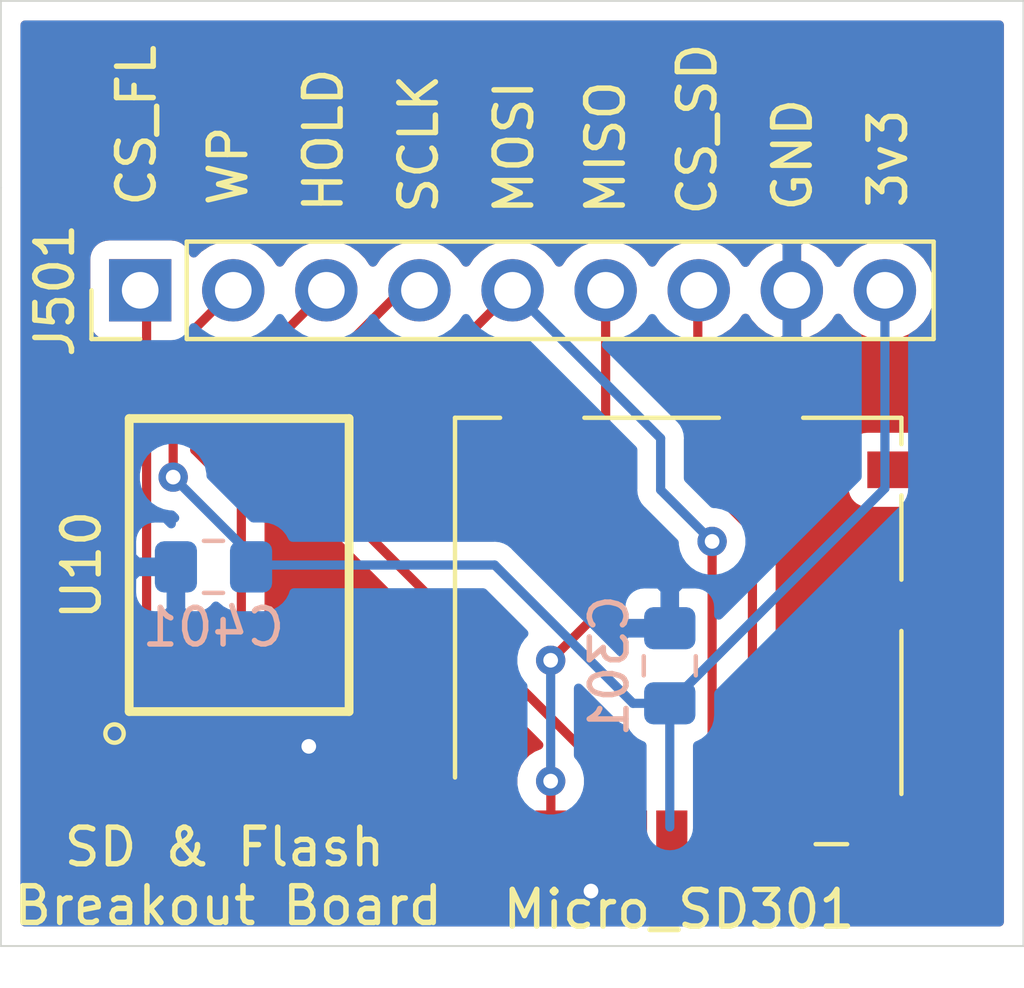
<source format=kicad_pcb>
(kicad_pcb (version 20171130) (host pcbnew "(5.1.6)-1")

  (general
    (thickness 1.6)
    (drawings 17)
    (tracks 58)
    (zones 0)
    (modules 5)
    (nets 13)
  )

  (page A4)
  (layers
    (0 F.Cu signal)
    (31 B.Cu signal hide)
    (32 B.Adhes user)
    (33 F.Adhes user)
    (34 B.Paste user)
    (35 F.Paste user)
    (36 B.SilkS user)
    (37 F.SilkS user)
    (38 B.Mask user)
    (39 F.Mask user)
    (40 Dwgs.User user)
    (41 Cmts.User user)
    (42 Eco1.User user)
    (43 Eco2.User user)
    (44 Edge.Cuts user)
    (45 Margin user)
    (46 B.CrtYd user)
    (47 F.CrtYd user)
    (48 B.Fab user)
    (49 F.Fab user)
  )

  (setup
    (last_trace_width 0.25)
    (trace_clearance 0.2)
    (zone_clearance 0.508)
    (zone_45_only no)
    (trace_min 0.2)
    (via_size 0.8)
    (via_drill 0.4)
    (via_min_size 0.4)
    (via_min_drill 0.3)
    (uvia_size 0.3)
    (uvia_drill 0.1)
    (uvias_allowed no)
    (uvia_min_size 0.2)
    (uvia_min_drill 0.1)
    (edge_width 0.05)
    (segment_width 0.2)
    (pcb_text_width 0.3)
    (pcb_text_size 1.5 1.5)
    (mod_edge_width 0.12)
    (mod_text_size 1 1)
    (mod_text_width 0.15)
    (pad_size 1.524 1.524)
    (pad_drill 0.762)
    (pad_to_mask_clearance 0.05)
    (aux_axis_origin 0 0)
    (visible_elements 7FFFFFFF)
    (pcbplotparams
      (layerselection 0x010fc_ffffffff)
      (usegerberextensions false)
      (usegerberattributes true)
      (usegerberadvancedattributes true)
      (creategerberjobfile true)
      (excludeedgelayer true)
      (linewidth 0.100000)
      (plotframeref false)
      (viasonmask false)
      (mode 1)
      (useauxorigin false)
      (hpglpennumber 1)
      (hpglpenspeed 20)
      (hpglpendiameter 15.000000)
      (psnegative false)
      (psa4output false)
      (plotreference true)
      (plotvalue true)
      (plotinvisibletext false)
      (padsonsilk false)
      (subtractmaskfromsilk false)
      (outputformat 1)
      (mirror false)
      (drillshape 1)
      (scaleselection 1)
      (outputdirectory ""))
  )

  (net 0 "")
  (net 1 +3V3)
  (net 2 GND)
  (net 3 "/main/Flash Chip/MISO")
  (net 4 "/main/Flash Chip/MOSI")
  (net 5 /main/Headers/CS_SD)
  (net 6 "/main/Flash Chip/CS_FLASH")
  (net 7 "/main/Flash Chip/HOLD")
  (net 8 "/main/Flash Chip/WP")
  (net 9 "Net-(Micro_SD301-Pad9)")
  (net 10 "Net-(Micro_SD301-Pad8)")
  (net 11 "Net-(Micro_SD301-Pad1)")
  (net 12 "/main/Flash Chip/SCLK")

  (net_class Default "This is the default net class."
    (clearance 0.2)
    (trace_width 0.25)
    (via_dia 0.8)
    (via_drill 0.4)
    (uvia_dia 0.3)
    (uvia_drill 0.1)
    (add_net +3V3)
    (add_net "/main/Flash Chip/CS_FLASH")
    (add_net "/main/Flash Chip/HOLD")
    (add_net "/main/Flash Chip/MISO")
    (add_net "/main/Flash Chip/MOSI")
    (add_net "/main/Flash Chip/SCLK")
    (add_net "/main/Flash Chip/WP")
    (add_net /main/Headers/CS_SD)
    (add_net GND)
    (add_net "Net-(Micro_SD301-Pad1)")
    (add_net "Net-(Micro_SD301-Pad8)")
    (add_net "Net-(Micro_SD301-Pad9)")
  )

  (module "Footprint Library:W25N512GVPIT" (layer F.Cu) (tedit 5EFBF0F6) (tstamp 5F03E44D)
    (at 144.5 102.4 90)
    (path /5F0430E6/5F04B12E/5F01567A)
    (fp_text reference U10 (at 0 -4.3 90) (layer F.SilkS)
      (effects (font (size 1 1) (thickness 0.15)))
    )
    (fp_text value W25N512GVPIT (at 0.1 4.5 90) (layer F.Fab)
      (effects (font (size 1 1) (thickness 0.15)))
    )
    (fp_circle (center -4.6 -3.4) (end -4.35 -3.4) (layer F.SilkS) (width 0.12))
    (fp_line (start -4 3) (end -4 -3) (layer F.SilkS) (width 0.24))
    (fp_line (start 4 3) (end -4 3) (layer F.SilkS) (width 0.24))
    (fp_line (start 4 -3) (end 4 3) (layer F.SilkS) (width 0.24))
    (fp_line (start 4 -3) (end -4 -3) (layer F.SilkS) (width 0.24))
    (fp_circle (center -3.6 -2.6) (end -3.376393 -2.6) (layer F.Fab) (width 0.12))
    (fp_line (start -4 3) (end -4 -3) (layer F.Fab) (width 0.12))
    (fp_line (start 4 -3) (end 4 3) (layer F.Fab) (width 0.12))
    (fp_line (start -4 3) (end 4 3) (layer F.Fab) (width 0.12))
    (fp_line (start -4 -3) (end 4 -3) (layer F.Fab) (width 0.12))
    (pad 3 smd rect (at -3.7 0.635 90) (size 0.6 0.5) (layers F.Cu F.Paste F.Mask)
      (net 8 "/main/Flash Chip/WP"))
    (pad 4 smd rect (at -3.7 1.905 90) (size 0.6 0.5) (layers F.Cu F.Paste F.Mask)
      (net 2 GND))
    (pad 1 smd rect (at -3.7 -1.905 90) (size 0.6 0.5) (layers F.Cu F.Paste F.Mask)
      (net 6 "/main/Flash Chip/CS_FLASH"))
    (pad 2 smd rect (at -3.7 -0.635 90) (size 0.6 0.5) (layers F.Cu F.Paste F.Mask)
      (net 3 "/main/Flash Chip/MISO"))
    (pad 5 smd rect (at 3.7 1.905 90) (size 0.6 0.5) (layers F.Cu F.Paste F.Mask)
      (net 4 "/main/Flash Chip/MOSI"))
    (pad 6 smd rect (at 3.7 0.635 90) (size 0.6 0.5) (layers F.Cu F.Paste F.Mask)
      (net 12 "/main/Flash Chip/SCLK"))
    (pad 8 smd rect (at 3.7 -1.905 90) (size 0.6 0.5) (layers F.Cu F.Paste F.Mask)
      (net 1 +3V3))
    (pad 7 smd rect (at 3.7 -0.635 90) (size 0.6 0.5) (layers F.Cu F.Paste F.Mask)
      (net 7 "/main/Flash Chip/HOLD"))
  )

  (module Connector_Card:microSD_HC_Molex_104031-0811 (layer F.Cu) (tedit 5D235007) (tstamp 5EFC558B)
    (at 156.5 104.2 180)
    (descr "1.10mm Pitch microSD Memory Card Connector, Surface Mount, Push-Pull Type, 1.42mm Height, with Detect Switch (https://www.molex.com/pdm_docs/sd/1040310811_sd.pdf)")
    (tags "microSD SD molex")
    (path /5F0430E6/5F04B2FC/5F05B5EB)
    (attr smd)
    (fp_text reference Micro_SD301 (at 0 -7.6) (layer F.SilkS)
      (effects (font (size 1 1) (thickness 0.15)))
    )
    (fp_text value Micro_SD_Card (at 0 7.39) (layer F.Fab)
      (effects (font (size 1 1) (thickness 0.15)))
    )
    (fp_line (start 6.84 -6.5) (end 6.84 6.55) (layer F.CrtYd) (width 0.05))
    (fp_line (start -6.84 -6.5) (end 6.84 -6.5) (layer F.CrtYd) (width 0.05))
    (fp_line (start -6.84 6.55) (end -6.84 -6.5) (layer F.CrtYd) (width 0.05))
    (fp_line (start 6.84 6.55) (end -6.84 6.55) (layer F.CrtYd) (width 0.05))
    (fp_line (start -5.405 -9.2) (end -5.405 -5.7) (layer F.Fab) (width 0.1))
    (fp_line (start 5.595 -5.7) (end 5.595 -9.2) (layer F.Fab) (width 0.1))
    (fp_line (start 5.995 5.7) (end 5.995 -5.7) (layer F.Fab) (width 0.1))
    (fp_line (start 5.995 -5.7) (end 5.21 -5.7) (layer F.Fab) (width 0.1))
    (fp_line (start -5.955 -5.7) (end -5.955 5.7) (layer F.Fab) (width 0.1))
    (fp_line (start 5.995 5.7) (end -5.955 5.7) (layer F.Fab) (width 0.1))
    (fp_line (start 4.4 -4.3) (end -3.26 -4.3) (layer F.Fab) (width 0.1))
    (fp_line (start -3.76 -4.8) (end -3.76 -5.2) (layer F.Fab) (width 0.1))
    (fp_line (start -5.955 -5.7) (end -4.26 -5.7) (layer F.Fab) (width 0.1))
    (fp_line (start 4.9 -5.4) (end 4.9 -4.8) (layer F.Fab) (width 0.1))
    (fp_line (start -4.905 -9.7) (end 5.095 -9.7) (layer F.Fab) (width 0.1))
    (fp_line (start -6.07 -4.45) (end -6.07 0) (layer F.SilkS) (width 0.12))
    (fp_line (start -6.07 1.4) (end -6.07 3.7) (layer F.SilkS) (width 0.12))
    (fp_line (start -6.07 5.1) (end -6.07 5.82) (layer F.SilkS) (width 0.12))
    (fp_line (start -6.07 5.82) (end -3.39 5.82) (layer F.SilkS) (width 0.12))
    (fp_line (start -1.09 5.82) (end 2.58 5.82) (layer F.SilkS) (width 0.12))
    (fp_line (start 4.88 5.82) (end 6.11 5.82) (layer F.SilkS) (width 0.12))
    (fp_line (start 6.11 5.82) (end 6.11 -4) (layer F.SilkS) (width 0.12))
    (fp_line (start -4.59 -5.82) (end -3.73 -5.82) (layer F.SilkS) (width 0.12))
    (fp_arc (start -4.905 -9.2) (end -4.905 -9.7) (angle -90) (layer F.Fab) (width 0.1))
    (fp_arc (start 5.095 -9.2) (end 5.595 -9.2) (angle -90) (layer F.Fab) (width 0.1))
    (fp_arc (start 5.2 -5.4) (end 5.2 -5.7) (angle -90) (layer F.Fab) (width 0.1))
    (fp_arc (start 4.4 -4.8) (end 4.4 -4.3) (angle -90) (layer F.Fab) (width 0.1))
    (fp_arc (start -3.26 -4.8) (end -3.26 -4.3) (angle 90) (layer F.Fab) (width 0.1))
    (fp_arc (start -4.26 -5.2) (end -3.76 -5.2) (angle -90) (layer F.Fab) (width 0.1))
    (fp_text user %R (at 0 0) (layer F.Fab)
      (effects (font (size 1 1) (thickness 0.15)))
    )
    (pad 11 smd rect (at 3.73 5.375 180) (size 1.9 1.35) (layers F.Cu F.Paste F.Mask))
    (pad 11 smd rect (at -2.24 5.375 180) (size 1.9 1.35) (layers F.Cu F.Paste F.Mask))
    (pad 9 smd rect (at -5.74 0.7 180) (size 1.2 1) (layers F.Cu F.Paste F.Mask)
      (net 9 "Net-(Micro_SD301-Pad9)"))
    (pad 10 smd rect (at -5.74 4.4 180) (size 1.2 1) (layers F.Cu F.Paste F.Mask))
    (pad 11 smd rect (at -5.565 -5.325 180) (size 1.55 1.35) (layers F.Cu F.Paste F.Mask))
    (pad 11 smd rect (at 5.755 -5.1 180) (size 1.17 1.8) (layers F.Cu F.Paste F.Mask))
    (pad 7 smd rect (at 3.495 -5.45 180) (size 0.85 1.1) (layers F.Cu F.Paste F.Mask)
      (net 3 "/main/Flash Chip/MISO"))
    (pad 6 smd rect (at 2.395 -5.45 180) (size 0.85 1.1) (layers F.Cu F.Paste F.Mask)
      (net 2 GND))
    (pad 5 smd rect (at 1.295 -5.45 180) (size 0.85 1.1) (layers F.Cu F.Paste F.Mask)
      (net 12 "/main/Flash Chip/SCLK"))
    (pad 4 smd rect (at 0.195 -5.45 180) (size 0.85 1.1) (layers F.Cu F.Paste F.Mask)
      (net 1 +3V3))
    (pad 3 smd rect (at -0.905 -5.45 180) (size 0.85 1.1) (layers F.Cu F.Paste F.Mask)
      (net 4 "/main/Flash Chip/MOSI"))
    (pad 2 smd rect (at -2.005 -5.45 180) (size 0.85 1.1) (layers F.Cu F.Paste F.Mask)
      (net 5 /main/Headers/CS_SD))
    (pad 8 smd rect (at 4.545 -5.45 180) (size 0.75 1.1) (layers F.Cu F.Paste F.Mask)
      (net 10 "Net-(Micro_SD301-Pad8)"))
    (pad 1 smd rect (at -3.105 -5.45 180) (size 0.85 1.1) (layers F.Cu F.Paste F.Mask)
      (net 11 "Net-(Micro_SD301-Pad1)"))
    (model ${KISYS3DMOD}/Connector_Card.3dshapes/microSD_HC_Molex_104031-0811.wrl
      (at (xyz 0 0 0))
      (scale (xyz 1 1 1))
      (rotate (xyz 0 0 0))
    )
  )

  (module Connector_PinHeader_2.54mm:PinHeader_1x09_P2.54mm_Vertical (layer F.Cu) (tedit 59FED5CC) (tstamp 5EFC555B)
    (at 141.8 94.9 90)
    (descr "Through hole straight pin header, 1x09, 2.54mm pitch, single row")
    (tags "Through hole pin header THT 1x09 2.54mm single row")
    (path /5F0430E6/5F05C956/5F05CB24)
    (fp_text reference J501 (at 0 -2.33 90) (layer F.SilkS)
      (effects (font (size 1 1) (thickness 0.15)))
    )
    (fp_text value Conn_01x07_Male (at 0 22.65 90) (layer F.Fab)
      (effects (font (size 1 1) (thickness 0.15)))
    )
    (fp_line (start 1.8 -1.8) (end -1.8 -1.8) (layer F.CrtYd) (width 0.05))
    (fp_line (start 1.8 22.1) (end 1.8 -1.8) (layer F.CrtYd) (width 0.05))
    (fp_line (start -1.8 22.1) (end 1.8 22.1) (layer F.CrtYd) (width 0.05))
    (fp_line (start -1.8 -1.8) (end -1.8 22.1) (layer F.CrtYd) (width 0.05))
    (fp_line (start -1.33 -1.33) (end 0 -1.33) (layer F.SilkS) (width 0.12))
    (fp_line (start -1.33 0) (end -1.33 -1.33) (layer F.SilkS) (width 0.12))
    (fp_line (start -1.33 1.27) (end 1.33 1.27) (layer F.SilkS) (width 0.12))
    (fp_line (start 1.33 1.27) (end 1.33 21.65) (layer F.SilkS) (width 0.12))
    (fp_line (start -1.33 1.27) (end -1.33 21.65) (layer F.SilkS) (width 0.12))
    (fp_line (start -1.33 21.65) (end 1.33 21.65) (layer F.SilkS) (width 0.12))
    (fp_line (start -1.27 -0.635) (end -0.635 -1.27) (layer F.Fab) (width 0.1))
    (fp_line (start -1.27 21.59) (end -1.27 -0.635) (layer F.Fab) (width 0.1))
    (fp_line (start 1.27 21.59) (end -1.27 21.59) (layer F.Fab) (width 0.1))
    (fp_line (start 1.27 -1.27) (end 1.27 21.59) (layer F.Fab) (width 0.1))
    (fp_line (start -0.635 -1.27) (end 1.27 -1.27) (layer F.Fab) (width 0.1))
    (fp_text user %R (at 0 10.16) (layer F.Fab)
      (effects (font (size 1 1) (thickness 0.15)))
    )
    (pad 9 thru_hole oval (at 0 20.32 90) (size 1.7 1.7) (drill 1) (layers *.Cu *.Mask)
      (net 1 +3V3))
    (pad 8 thru_hole oval (at 0 17.78 90) (size 1.7 1.7) (drill 1) (layers *.Cu *.Mask)
      (net 2 GND))
    (pad 7 thru_hole oval (at 0 15.24 90) (size 1.7 1.7) (drill 1) (layers *.Cu *.Mask)
      (net 5 /main/Headers/CS_SD))
    (pad 6 thru_hole oval (at 0 12.7 90) (size 1.7 1.7) (drill 1) (layers *.Cu *.Mask)
      (net 3 "/main/Flash Chip/MISO"))
    (pad 5 thru_hole oval (at 0 10.16 90) (size 1.7 1.7) (drill 1) (layers *.Cu *.Mask)
      (net 4 "/main/Flash Chip/MOSI"))
    (pad 4 thru_hole oval (at 0 7.62 90) (size 1.7 1.7) (drill 1) (layers *.Cu *.Mask)
      (net 12 "/main/Flash Chip/SCLK"))
    (pad 3 thru_hole oval (at 0 5.08 90) (size 1.7 1.7) (drill 1) (layers *.Cu *.Mask)
      (net 7 "/main/Flash Chip/HOLD"))
    (pad 2 thru_hole oval (at 0 2.54 90) (size 1.7 1.7) (drill 1) (layers *.Cu *.Mask)
      (net 8 "/main/Flash Chip/WP"))
    (pad 1 thru_hole rect (at 0 0 90) (size 1.7 1.7) (drill 1) (layers *.Cu *.Mask)
      (net 6 "/main/Flash Chip/CS_FLASH"))
    (model ${KISYS3DMOD}/Connector_PinHeader_2.54mm.3dshapes/PinHeader_1x09_P2.54mm_Vertical.wrl
      (at (xyz 0 0 0))
      (scale (xyz 1 1 1))
      (rotate (xyz 0 0 0))
    )
  )

  (module Capacitor_SMD:C_0805_2012Metric_Pad1.15x1.40mm_HandSolder (layer B.Cu) (tedit 5B36C52B) (tstamp 5EFC553E)
    (at 143.8 102.45)
    (descr "Capacitor SMD 0805 (2012 Metric), square (rectangular) end terminal, IPC_7351 nominal with elongated pad for handsoldering. (Body size source: https://docs.google.com/spreadsheets/d/1BsfQQcO9C6DZCsRaXUlFlo91Tg2WpOkGARC1WS5S8t0/edit?usp=sharing), generated with kicad-footprint-generator")
    (tags "capacitor handsolder")
    (path /5F0430E6/5F04B12E/5F06D2E9)
    (attr smd)
    (fp_text reference C401 (at 0 1.65) (layer B.SilkS)
      (effects (font (size 1 1) (thickness 0.15)) (justify mirror))
    )
    (fp_text value 100nF (at 0 -1.65) (layer B.Fab)
      (effects (font (size 1 1) (thickness 0.15)) (justify mirror))
    )
    (fp_line (start 1.85 -0.95) (end -1.85 -0.95) (layer B.CrtYd) (width 0.05))
    (fp_line (start 1.85 0.95) (end 1.85 -0.95) (layer B.CrtYd) (width 0.05))
    (fp_line (start -1.85 0.95) (end 1.85 0.95) (layer B.CrtYd) (width 0.05))
    (fp_line (start -1.85 -0.95) (end -1.85 0.95) (layer B.CrtYd) (width 0.05))
    (fp_line (start -0.261252 -0.71) (end 0.261252 -0.71) (layer B.SilkS) (width 0.12))
    (fp_line (start -0.261252 0.71) (end 0.261252 0.71) (layer B.SilkS) (width 0.12))
    (fp_line (start 1 -0.6) (end -1 -0.6) (layer B.Fab) (width 0.1))
    (fp_line (start 1 0.6) (end 1 -0.6) (layer B.Fab) (width 0.1))
    (fp_line (start -1 0.6) (end 1 0.6) (layer B.Fab) (width 0.1))
    (fp_line (start -1 -0.6) (end -1 0.6) (layer B.Fab) (width 0.1))
    (fp_text user %R (at 0 0) (layer B.Fab)
      (effects (font (size 0.5 0.5) (thickness 0.08)) (justify mirror))
    )
    (pad 2 smd roundrect (at 1.025 0) (size 1.15 1.4) (layers B.Cu B.Paste B.Mask) (roundrect_rratio 0.217391)
      (net 1 +3V3))
    (pad 1 smd roundrect (at -1.025 0) (size 1.15 1.4) (layers B.Cu B.Paste B.Mask) (roundrect_rratio 0.217391)
      (net 2 GND))
    (model ${KISYS3DMOD}/Capacitor_SMD.3dshapes/C_0805_2012Metric.wrl
      (at (xyz 0 0 0))
      (scale (xyz 1 1 1))
      (rotate (xyz 0 0 0))
    )
  )

  (module Capacitor_SMD:C_0805_2012Metric_Pad1.15x1.40mm_HandSolder (layer B.Cu) (tedit 5B36C52B) (tstamp 5EFC552D)
    (at 156.25 105.15 270)
    (descr "Capacitor SMD 0805 (2012 Metric), square (rectangular) end terminal, IPC_7351 nominal with elongated pad for handsoldering. (Body size source: https://docs.google.com/spreadsheets/d/1BsfQQcO9C6DZCsRaXUlFlo91Tg2WpOkGARC1WS5S8t0/edit?usp=sharing), generated with kicad-footprint-generator")
    (tags "capacitor handsolder")
    (path /5F0430E6/5F04B2FC/5F06F17E)
    (attr smd)
    (fp_text reference C301 (at 0 1.65 90) (layer B.SilkS)
      (effects (font (size 1 1) (thickness 0.15)) (justify mirror))
    )
    (fp_text value 100nF (at 0 -1.65 90) (layer B.Fab)
      (effects (font (size 1 1) (thickness 0.15)) (justify mirror))
    )
    (fp_line (start 1.85 -0.95) (end -1.85 -0.95) (layer B.CrtYd) (width 0.05))
    (fp_line (start 1.85 0.95) (end 1.85 -0.95) (layer B.CrtYd) (width 0.05))
    (fp_line (start -1.85 0.95) (end 1.85 0.95) (layer B.CrtYd) (width 0.05))
    (fp_line (start -1.85 -0.95) (end -1.85 0.95) (layer B.CrtYd) (width 0.05))
    (fp_line (start -0.261252 -0.71) (end 0.261252 -0.71) (layer B.SilkS) (width 0.12))
    (fp_line (start -0.261252 0.71) (end 0.261252 0.71) (layer B.SilkS) (width 0.12))
    (fp_line (start 1 -0.6) (end -1 -0.6) (layer B.Fab) (width 0.1))
    (fp_line (start 1 0.6) (end 1 -0.6) (layer B.Fab) (width 0.1))
    (fp_line (start -1 0.6) (end 1 0.6) (layer B.Fab) (width 0.1))
    (fp_line (start -1 -0.6) (end -1 0.6) (layer B.Fab) (width 0.1))
    (fp_text user %R (at 0 0 90) (layer B.Fab)
      (effects (font (size 0.5 0.5) (thickness 0.08)) (justify mirror))
    )
    (pad 2 smd roundrect (at 1.025 0 270) (size 1.15 1.4) (layers B.Cu B.Paste B.Mask) (roundrect_rratio 0.217391)
      (net 1 +3V3))
    (pad 1 smd roundrect (at -1.025 0 270) (size 1.15 1.4) (layers B.Cu B.Paste B.Mask) (roundrect_rratio 0.217391)
      (net 2 GND))
    (model ${KISYS3DMOD}/Capacitor_SMD.3dshapes/C_0805_2012Metric.wrl
      (at (xyz 0 0 0))
      (scale (xyz 1 1 1))
      (rotate (xyz 0 0 0))
    )
  )

  (gr_line (start 165.9 87) (end 138 87) (layer Edge.Cuts) (width 0.05) (tstamp 5F028414))
  (gr_line (start 165.9 92.1) (end 165.9 87) (layer Edge.Cuts) (width 0.05))
  (gr_line (start 138 92.1) (end 138 87) (layer Edge.Cuts) (width 0.05))
  (gr_text CS_FL (at 141.7 90.4 90) (layer F.SilkS)
    (effects (font (size 1 1) (thickness 0.15)))
  )
  (gr_text WP (at 144.2 91.5 90) (layer F.SilkS)
    (effects (font (size 1 1) (thickness 0.15)))
  )
  (gr_text HOLD (at 146.8 90.8 90) (layer F.SilkS)
    (effects (font (size 1 1) (thickness 0.15)))
  )
  (gr_text SCLK (at 149.4 90.9 90) (layer F.SilkS)
    (effects (font (size 1 1) (thickness 0.15)))
  )
  (gr_text MOSI (at 152 91 90) (layer F.SilkS)
    (effects (font (size 1 1) (thickness 0.15)))
  )
  (gr_text MISO (at 154.5 91 90) (layer F.SilkS)
    (effects (font (size 1 1) (thickness 0.15)))
  )
  (gr_text CS_SD (at 157 90.5 90) (layer F.SilkS)
    (effects (font (size 1 1) (thickness 0.15)))
  )
  (gr_text GND (at 159.6 91.2 90) (layer F.SilkS)
    (effects (font (size 1 1) (thickness 0.15)))
  )
  (gr_text 3v3 (at 162.2 91.3 90) (layer F.SilkS)
    (effects (font (size 1 1) (thickness 0.15)))
  )
  (gr_text "Breakout Board" (at 144.2 111.7) (layer F.SilkS)
    (effects (font (size 1 1) (thickness 0.15)))
  )
  (gr_line (start 165.9 112.8) (end 138 112.8) (layer Edge.Cuts) (width 0.05) (tstamp 5EFD24F2))
  (gr_text "SD & Flash" (at 144.1 110.1) (layer F.SilkS)
    (effects (font (size 1 1) (thickness 0.15)))
  )
  (gr_line (start 138 92.1) (end 138 112.8) (layer Edge.Cuts) (width 0.05) (tstamp 5EFD24C7))
  (gr_line (start 165.9 92.1) (end 165.9 112.8) (layer Edge.Cuts) (width 0.05))

  (segment (start 156.2 109.545) (end 156.305 109.65) (width 0.25) (layer F.Cu) (net 1))
  (segment (start 156.3 106.223) (end 156.238 106.161) (width 0.25) (layer B.Cu) (net 1))
  (segment (start 162 94.9) (end 162.12 94.9) (width 0.25) (layer F.Cu) (net 1))
  (segment (start 142.7 98.805) (end 142.595 98.7) (width 0.25) (layer F.Cu) (net 1))
  (via (at 142.699999 100) (size 0.8) (drill 0.4) (layers F.Cu B.Cu) (net 1))
  (segment (start 144.825 102.45) (end 144.825 102.125001) (width 0.25) (layer B.Cu) (net 1))
  (segment (start 144.825 102.125001) (end 142.699999 100) (width 0.25) (layer B.Cu) (net 1))
  (segment (start 142.699999 98.804999) (end 142.595 98.7) (width 0.25) (layer F.Cu) (net 1))
  (segment (start 142.699999 100) (end 142.699999 98.804999) (width 0.25) (layer F.Cu) (net 1))
  (segment (start 162.12 100.305) (end 156.25 106.175) (width 0.25) (layer B.Cu) (net 1))
  (segment (start 162.12 94.9) (end 162.12 100.305) (width 0.25) (layer B.Cu) (net 1))
  (segment (start 155.248002 106.175) (end 156.25 106.175) (width 0.25) (layer B.Cu) (net 1))
  (segment (start 151.473002 102.4) (end 155.248002 106.175) (width 0.25) (layer B.Cu) (net 1))
  (segment (start 144.8 102.4) (end 151.473002 102.4) (width 0.25) (layer B.Cu) (net 1))
  (segment (start 156.25 106.175) (end 156.25 109.55) (width 0.25) (layer B.Cu) (net 1))
  (segment (start 156.236 104.111) (end 156.25 104.125) (width 0.25) (layer B.Cu) (net 2))
  (via (at 154.1 111.3) (size 0.8) (drill 0.4) (layers F.Cu B.Cu) (net 2))
  (via (at 146.4 107.35) (size 0.8) (drill 0.4) (layers F.Cu B.Cu) (net 2))
  (via (at 153 105) (size 0.8) (drill 0.4) (layers F.Cu B.Cu) (net 3))
  (segment (start 152.979847 105.020153) (end 153 105) (width 0.25) (layer B.Cu) (net 3))
  (segment (start 154.5 103.5) (end 154.5 94.9) (width 0.25) (layer F.Cu) (net 3))
  (segment (start 153 105) (end 154.5 103.5) (width 0.25) (layer F.Cu) (net 3))
  (segment (start 152.590001 110.525001) (end 147.075001 110.525001) (width 0.25) (layer F.Cu) (net 3))
  (segment (start 153.005 109.65) (end 153.005 110.110002) (width 0.25) (layer F.Cu) (net 3))
  (segment (start 153.005 110.110002) (end 152.590001 110.525001) (width 0.25) (layer F.Cu) (net 3))
  (segment (start 143.865 107.315) (end 143.865 106.1) (width 0.25) (layer F.Cu) (net 3))
  (segment (start 147.075001 110.525001) (end 143.865 107.315) (width 0.25) (layer F.Cu) (net 3))
  (via (at 153 108.3) (size 0.8) (drill 0.4) (layers F.Cu B.Cu) (net 3))
  (segment (start 153.005 109.65) (end 153.005 108.305) (width 0.25) (layer F.Cu) (net 3))
  (segment (start 153.005 108.305) (end 153 108.3) (width 0.25) (layer F.Cu) (net 3))
  (segment (start 153 108.3) (end 153 105) (width 0.25) (layer B.Cu) (net 3))
  (segment (start 148.16 98.7) (end 151.96 94.9) (width 0.25) (layer F.Cu) (net 4))
  (segment (start 146.405 98.7) (end 148.16 98.7) (width 0.25) (layer F.Cu) (net 4))
  (segment (start 148.16 98.7) (end 148.173002 98.7) (width 0.25) (layer F.Cu) (net 4))
  (segment (start 157.405 109.65) (end 157.405 101.755) (width 0.25) (layer F.Cu) (net 4))
  (via (at 157.405 101.755) (size 0.8) (drill 0.4) (layers F.Cu B.Cu) (net 4))
  (segment (start 157.405 101.755) (end 156 100.35) (width 0.25) (layer B.Cu) (net 4))
  (segment (start 156 98.94) (end 151.96 94.9) (width 0.25) (layer B.Cu) (net 4))
  (segment (start 156 100.35) (end 156 98.94) (width 0.25) (layer B.Cu) (net 4))
  (segment (start 157.014989 94.925011) (end 157.04 94.9) (width 0.25) (layer F.Cu) (net 5))
  (segment (start 158.505 101.436412) (end 157.014989 99.946401) (width 0.25) (layer F.Cu) (net 5))
  (segment (start 157.014989 99.946401) (end 157.014989 94.925011) (width 0.25) (layer F.Cu) (net 5))
  (segment (start 158.505 109.65) (end 158.505 101.436412) (width 0.25) (layer F.Cu) (net 5))
  (segment (start 141.974999 95.074999) (end 141.8 94.9) (width 0.25) (layer F.Cu) (net 6))
  (segment (start 142.595 106.1) (end 141.974999 105.479999) (width 0.25) (layer F.Cu) (net 6))
  (segment (start 141.974999 105.479999) (end 141.974999 95.074999) (width 0.25) (layer F.Cu) (net 6))
  (segment (start 143.865 98.7) (end 143.865 97.915) (width 0.25) (layer F.Cu) (net 7))
  (segment (start 143.865 97.915) (end 146.88 94.9) (width 0.25) (layer F.Cu) (net 7))
  (segment (start 143.289999 95.950001) (end 144.34 94.9) (width 0.25) (layer F.Cu) (net 8))
  (segment (start 143.289999 99.260001) (end 143.289999 95.950001) (width 0.25) (layer F.Cu) (net 8))
  (segment (start 145.135 106.1) (end 144.559999 105.524999) (width 0.25) (layer F.Cu) (net 8))
  (segment (start 144.559999 105.524999) (end 144.559999 100.530001) (width 0.25) (layer F.Cu) (net 8))
  (segment (start 144.559999 100.530001) (end 143.289999 99.260001) (width 0.25) (layer F.Cu) (net 8))
  (segment (start 148.735 94.9) (end 149.42 94.9) (width 0.25) (layer F.Cu) (net 12))
  (segment (start 148.935 94.9) (end 149.42 94.9) (width 0.25) (layer F.Cu) (net 12))
  (segment (start 145.135 98.7) (end 148.935 94.9) (width 0.25) (layer F.Cu) (net 12))
  (segment (start 155.205 108.77) (end 155.205 109.65) (width 0.25) (layer F.Cu) (net 12))
  (segment (start 145.135 98.7) (end 155.205 108.77) (width 0.25) (layer F.Cu) (net 12))

  (zone (net 2) (net_name GND) (layer F.Cu) (tstamp 0) (hatch edge 0.508)
    (connect_pads (clearance 0.508))
    (min_thickness 0.254)
    (fill yes (arc_segments 32) (thermal_gap 0.508) (thermal_bridge_width 0.508))
    (polygon
      (pts
        (xy 165.9 112.8) (xy 138 112.8) (xy 138 87) (xy 165.9 87)
      )
    )
    (filled_polygon
      (pts
        (xy 165.24 92.067581) (xy 165.24 92.067582) (xy 165.240001 112.14) (xy 138.66 112.14) (xy 138.66 94.05)
        (xy 140.311928 94.05) (xy 140.311928 95.75) (xy 140.324188 95.874482) (xy 140.360498 95.99418) (xy 140.419463 96.104494)
        (xy 140.498815 96.201185) (xy 140.595506 96.280537) (xy 140.70582 96.339502) (xy 140.825518 96.375812) (xy 140.95 96.388072)
        (xy 141.215 96.388072) (xy 141.214999 105.442677) (xy 141.211323 105.479999) (xy 141.214999 105.517321) (xy 141.214999 105.517331)
        (xy 141.225996 105.628984) (xy 141.266854 105.763676) (xy 141.269453 105.772245) (xy 141.340025 105.904275) (xy 141.376955 105.949274)
        (xy 141.434998 106.02) (xy 141.464001 106.043802) (xy 141.706928 106.286729) (xy 141.706928 106.4) (xy 141.719188 106.524482)
        (xy 141.755498 106.64418) (xy 141.814463 106.754494) (xy 141.893815 106.851185) (xy 141.990506 106.930537) (xy 142.10082 106.989502)
        (xy 142.220518 107.025812) (xy 142.345 107.038072) (xy 142.845 107.038072) (xy 142.969482 107.025812) (xy 143.08918 106.989502)
        (xy 143.105 106.981046) (xy 143.105 107.277677) (xy 143.101324 107.315) (xy 143.105 107.352322) (xy 143.105 107.352332)
        (xy 143.115997 107.463985) (xy 143.139457 107.541323) (xy 143.159454 107.607246) (xy 143.230026 107.739276) (xy 143.251137 107.764999)
        (xy 143.324999 107.855001) (xy 143.354003 107.878804) (xy 146.511202 111.036004) (xy 146.535 111.065002) (xy 146.563998 111.0888)
        (xy 146.650724 111.159975) (xy 146.782754 111.230547) (xy 146.926015 111.274004) (xy 147.037668 111.285001) (xy 147.037678 111.285001)
        (xy 147.075001 111.288677) (xy 147.112324 111.285001) (xy 152.552679 111.285001) (xy 152.590001 111.288677) (xy 152.627323 111.285001)
        (xy 152.627334 111.285001) (xy 152.738987 111.274004) (xy 152.882248 111.230547) (xy 153.014277 111.159975) (xy 153.130002 111.065002)
        (xy 153.153805 111.035998) (xy 153.351731 110.838072) (xy 153.43 110.838072) (xy 153.554482 110.825812) (xy 153.555 110.825655)
        (xy 153.555518 110.825812) (xy 153.68 110.838072) (xy 153.81925 110.835) (xy 153.978 110.67625) (xy 153.978 110.521824)
        (xy 154.019502 110.44418) (xy 154.055812 110.324482) (xy 154.068072 110.2) (xy 154.068072 109.503) (xy 154.141928 109.503)
        (xy 154.141928 110.2) (xy 154.154188 110.324482) (xy 154.190498 110.44418) (xy 154.232 110.521824) (xy 154.232 110.67625)
        (xy 154.39075 110.835) (xy 154.53 110.838072) (xy 154.654482 110.825812) (xy 154.655 110.825655) (xy 154.655518 110.825812)
        (xy 154.78 110.838072) (xy 155.63 110.838072) (xy 155.754482 110.825812) (xy 155.755 110.825655) (xy 155.755518 110.825812)
        (xy 155.88 110.838072) (xy 156.73 110.838072) (xy 156.854482 110.825812) (xy 156.855 110.825655) (xy 156.855518 110.825812)
        (xy 156.98 110.838072) (xy 157.83 110.838072) (xy 157.954482 110.825812) (xy 157.955 110.825655) (xy 157.955518 110.825812)
        (xy 158.08 110.838072) (xy 158.93 110.838072) (xy 159.054482 110.825812) (xy 159.055 110.825655) (xy 159.055518 110.825812)
        (xy 159.18 110.838072) (xy 160.03 110.838072) (xy 160.154482 110.825812) (xy 160.27418 110.789502) (xy 160.384494 110.730537)
        (xy 160.481185 110.651185) (xy 160.560537 110.554494) (xy 160.619502 110.44418) (xy 160.655812 110.324482) (xy 160.66 110.281959)
        (xy 160.664188 110.324482) (xy 160.700498 110.44418) (xy 160.759463 110.554494) (xy 160.838815 110.651185) (xy 160.935506 110.730537)
        (xy 161.04582 110.789502) (xy 161.165518 110.825812) (xy 161.29 110.838072) (xy 162.84 110.838072) (xy 162.964482 110.825812)
        (xy 163.08418 110.789502) (xy 163.194494 110.730537) (xy 163.291185 110.651185) (xy 163.370537 110.554494) (xy 163.429502 110.44418)
        (xy 163.465812 110.324482) (xy 163.478072 110.2) (xy 163.478072 108.85) (xy 163.465812 108.725518) (xy 163.429502 108.60582)
        (xy 163.370537 108.495506) (xy 163.291185 108.398815) (xy 163.194494 108.319463) (xy 163.08418 108.260498) (xy 162.964482 108.224188)
        (xy 162.84 108.211928) (xy 161.29 108.211928) (xy 161.165518 108.224188) (xy 161.04582 108.260498) (xy 160.935506 108.319463)
        (xy 160.838815 108.398815) (xy 160.759463 108.495506) (xy 160.700498 108.60582) (xy 160.664188 108.725518) (xy 160.651928 108.85)
        (xy 160.651928 108.962714) (xy 160.619502 108.85582) (xy 160.560537 108.745506) (xy 160.481185 108.648815) (xy 160.384494 108.569463)
        (xy 160.27418 108.510498) (xy 160.154482 108.474188) (xy 160.03 108.461928) (xy 159.265 108.461928) (xy 159.265 103)
        (xy 161.001928 103) (xy 161.001928 104) (xy 161.014188 104.124482) (xy 161.050498 104.24418) (xy 161.109463 104.354494)
        (xy 161.188815 104.451185) (xy 161.285506 104.530537) (xy 161.39582 104.589502) (xy 161.515518 104.625812) (xy 161.64 104.638072)
        (xy 162.84 104.638072) (xy 162.964482 104.625812) (xy 163.08418 104.589502) (xy 163.194494 104.530537) (xy 163.291185 104.451185)
        (xy 163.370537 104.354494) (xy 163.429502 104.24418) (xy 163.465812 104.124482) (xy 163.478072 104) (xy 163.478072 103)
        (xy 163.465812 102.875518) (xy 163.429502 102.75582) (xy 163.370537 102.645506) (xy 163.291185 102.548815) (xy 163.194494 102.469463)
        (xy 163.08418 102.410498) (xy 162.964482 102.374188) (xy 162.84 102.361928) (xy 161.64 102.361928) (xy 161.515518 102.374188)
        (xy 161.39582 102.410498) (xy 161.285506 102.469463) (xy 161.188815 102.548815) (xy 161.109463 102.645506) (xy 161.050498 102.75582)
        (xy 161.014188 102.875518) (xy 161.001928 103) (xy 159.265 103) (xy 159.265 101.473737) (xy 159.268676 101.436412)
        (xy 159.265 101.399087) (xy 159.265 101.399079) (xy 159.254003 101.287426) (xy 159.210546 101.144165) (xy 159.139974 101.012136)
        (xy 159.045001 100.896411) (xy 159.016003 100.872613) (xy 158.281461 100.138072) (xy 159.69 100.138072) (xy 159.814482 100.125812)
        (xy 159.93418 100.089502) (xy 160.044494 100.030537) (xy 160.141185 99.951185) (xy 160.220537 99.854494) (xy 160.279502 99.74418)
        (xy 160.315812 99.624482) (xy 160.328072 99.5) (xy 160.328072 99.3) (xy 161.001928 99.3) (xy 161.001928 100.3)
        (xy 161.014188 100.424482) (xy 161.050498 100.54418) (xy 161.109463 100.654494) (xy 161.188815 100.751185) (xy 161.285506 100.830537)
        (xy 161.39582 100.889502) (xy 161.515518 100.925812) (xy 161.64 100.938072) (xy 162.84 100.938072) (xy 162.964482 100.925812)
        (xy 163.08418 100.889502) (xy 163.194494 100.830537) (xy 163.291185 100.751185) (xy 163.370537 100.654494) (xy 163.429502 100.54418)
        (xy 163.465812 100.424482) (xy 163.478072 100.3) (xy 163.478072 99.3) (xy 163.465812 99.175518) (xy 163.429502 99.05582)
        (xy 163.370537 98.945506) (xy 163.291185 98.848815) (xy 163.194494 98.769463) (xy 163.08418 98.710498) (xy 162.964482 98.674188)
        (xy 162.84 98.661928) (xy 161.64 98.661928) (xy 161.515518 98.674188) (xy 161.39582 98.710498) (xy 161.285506 98.769463)
        (xy 161.188815 98.848815) (xy 161.109463 98.945506) (xy 161.050498 99.05582) (xy 161.014188 99.175518) (xy 161.001928 99.3)
        (xy 160.328072 99.3) (xy 160.328072 98.15) (xy 160.315812 98.025518) (xy 160.279502 97.90582) (xy 160.220537 97.795506)
        (xy 160.141185 97.698815) (xy 160.044494 97.619463) (xy 159.93418 97.560498) (xy 159.814482 97.524188) (xy 159.69 97.511928)
        (xy 157.79 97.511928) (xy 157.774989 97.513406) (xy 157.774989 96.19489) (xy 157.986632 96.053475) (xy 158.193475 95.846632)
        (xy 158.315195 95.664466) (xy 158.384822 95.781355) (xy 158.579731 95.997588) (xy 158.81308 96.171641) (xy 159.075901 96.296825)
        (xy 159.22311 96.341476) (xy 159.453 96.220155) (xy 159.453 95.027) (xy 159.433 95.027) (xy 159.433 94.773)
        (xy 159.453 94.773) (xy 159.453 93.579845) (xy 159.707 93.579845) (xy 159.707 94.773) (xy 159.727 94.773)
        (xy 159.727 95.027) (xy 159.707 95.027) (xy 159.707 96.220155) (xy 159.93689 96.341476) (xy 160.084099 96.296825)
        (xy 160.34692 96.171641) (xy 160.580269 95.997588) (xy 160.775178 95.781355) (xy 160.844805 95.664466) (xy 160.966525 95.846632)
        (xy 161.173368 96.053475) (xy 161.416589 96.21599) (xy 161.686842 96.327932) (xy 161.97374 96.385) (xy 162.26626 96.385)
        (xy 162.553158 96.327932) (xy 162.823411 96.21599) (xy 163.066632 96.053475) (xy 163.273475 95.846632) (xy 163.43599 95.603411)
        (xy 163.547932 95.333158) (xy 163.605 95.04626) (xy 163.605 94.75374) (xy 163.547932 94.466842) (xy 163.43599 94.196589)
        (xy 163.273475 93.953368) (xy 163.066632 93.746525) (xy 162.823411 93.58401) (xy 162.553158 93.472068) (xy 162.26626 93.415)
        (xy 161.97374 93.415) (xy 161.686842 93.472068) (xy 161.416589 93.58401) (xy 161.173368 93.746525) (xy 160.966525 93.953368)
        (xy 160.844805 94.135534) (xy 160.775178 94.018645) (xy 160.580269 93.802412) (xy 160.34692 93.628359) (xy 160.084099 93.503175)
        (xy 159.93689 93.458524) (xy 159.707 93.579845) (xy 159.453 93.579845) (xy 159.22311 93.458524) (xy 159.075901 93.503175)
        (xy 158.81308 93.628359) (xy 158.579731 93.802412) (xy 158.384822 94.018645) (xy 158.315195 94.135534) (xy 158.193475 93.953368)
        (xy 157.986632 93.746525) (xy 157.743411 93.58401) (xy 157.473158 93.472068) (xy 157.18626 93.415) (xy 156.89374 93.415)
        (xy 156.606842 93.472068) (xy 156.336589 93.58401) (xy 156.093368 93.746525) (xy 155.886525 93.953368) (xy 155.77 94.12776)
        (xy 155.653475 93.953368) (xy 155.446632 93.746525) (xy 155.203411 93.58401) (xy 154.933158 93.472068) (xy 154.64626 93.415)
        (xy 154.35374 93.415) (xy 154.066842 93.472068) (xy 153.796589 93.58401) (xy 153.553368 93.746525) (xy 153.346525 93.953368)
        (xy 153.23 94.12776) (xy 153.113475 93.953368) (xy 152.906632 93.746525) (xy 152.663411 93.58401) (xy 152.393158 93.472068)
        (xy 152.10626 93.415) (xy 151.81374 93.415) (xy 151.526842 93.472068) (xy 151.256589 93.58401) (xy 151.013368 93.746525)
        (xy 150.806525 93.953368) (xy 150.69 94.12776) (xy 150.573475 93.953368) (xy 150.366632 93.746525) (xy 150.123411 93.58401)
        (xy 149.853158 93.472068) (xy 149.56626 93.415) (xy 149.27374 93.415) (xy 148.986842 93.472068) (xy 148.716589 93.58401)
        (xy 148.473368 93.746525) (xy 148.266525 93.953368) (xy 148.15 94.12776) (xy 148.033475 93.953368) (xy 147.826632 93.746525)
        (xy 147.583411 93.58401) (xy 147.313158 93.472068) (xy 147.02626 93.415) (xy 146.73374 93.415) (xy 146.446842 93.472068)
        (xy 146.176589 93.58401) (xy 145.933368 93.746525) (xy 145.726525 93.953368) (xy 145.61 94.12776) (xy 145.493475 93.953368)
        (xy 145.286632 93.746525) (xy 145.043411 93.58401) (xy 144.773158 93.472068) (xy 144.48626 93.415) (xy 144.19374 93.415)
        (xy 143.906842 93.472068) (xy 143.636589 93.58401) (xy 143.393368 93.746525) (xy 143.261513 93.87838) (xy 143.239502 93.80582)
        (xy 143.180537 93.695506) (xy 143.101185 93.598815) (xy 143.004494 93.519463) (xy 142.89418 93.460498) (xy 142.774482 93.424188)
        (xy 142.65 93.411928) (xy 140.95 93.411928) (xy 140.825518 93.424188) (xy 140.70582 93.460498) (xy 140.595506 93.519463)
        (xy 140.498815 93.598815) (xy 140.419463 93.695506) (xy 140.360498 93.80582) (xy 140.324188 93.925518) (xy 140.311928 94.05)
        (xy 138.66 94.05) (xy 138.66 87.66) (xy 165.240001 87.66)
      )
    )
    (filled_polygon
      (pts
        (xy 144.760518 99.625812) (xy 144.885 99.638072) (xy 144.998271 99.638072) (xy 152.674676 107.314478) (xy 152.509744 107.382795)
        (xy 152.340226 107.496063) (xy 152.196063 107.640226) (xy 152.082795 107.809744) (xy 152.004774 107.998102) (xy 151.965 108.198061)
        (xy 151.965 108.368808) (xy 151.955812 108.275518) (xy 151.919502 108.15582) (xy 151.860537 108.045506) (xy 151.781185 107.948815)
        (xy 151.684494 107.869463) (xy 151.57418 107.810498) (xy 151.454482 107.774188) (xy 151.33 107.761928) (xy 150.16 107.761928)
        (xy 150.035518 107.774188) (xy 149.91582 107.810498) (xy 149.805506 107.869463) (xy 149.708815 107.948815) (xy 149.629463 108.045506)
        (xy 149.570498 108.15582) (xy 149.534188 108.275518) (xy 149.521928 108.4) (xy 149.521928 109.765001) (xy 147.389803 109.765001)
        (xy 144.625 107.000199) (xy 144.625 106.981046) (xy 144.64082 106.989502) (xy 144.760518 107.025812) (xy 144.885 107.038072)
        (xy 145.385 107.038072) (xy 145.509482 107.025812) (xy 145.62918 106.989502) (xy 145.739494 106.930537) (xy 145.76937 106.906019)
        (xy 145.786988 106.921252) (xy 145.895751 106.983032) (xy 146.014476 107.022406) (xy 146.12325 107.035) (xy 146.282 106.87625)
        (xy 146.282 106.227) (xy 146.528 106.227) (xy 146.528 106.87625) (xy 146.68675 107.035) (xy 146.795524 107.022406)
        (xy 146.914249 106.983032) (xy 147.023012 106.921252) (xy 147.117631 106.839441) (xy 147.194473 106.740742) (xy 147.250582 106.628949)
        (xy 147.283804 106.508357) (xy 147.29 106.38575) (xy 147.13125 106.227) (xy 146.528 106.227) (xy 146.282 106.227)
        (xy 146.258 106.227) (xy 146.258 105.973) (xy 146.282 105.973) (xy 146.282 105.32375) (xy 146.528 105.32375)
        (xy 146.528 105.973) (xy 147.13125 105.973) (xy 147.29 105.81425) (xy 147.283804 105.691643) (xy 147.250582 105.571051)
        (xy 147.194473 105.459258) (xy 147.117631 105.360559) (xy 147.023012 105.278748) (xy 146.914249 105.216968) (xy 146.795524 105.177594)
        (xy 146.68675 105.165) (xy 146.528 105.32375) (xy 146.282 105.32375) (xy 146.12325 105.165) (xy 146.014476 105.177594)
        (xy 145.895751 105.216968) (xy 145.786988 105.278748) (xy 145.76937 105.293981) (xy 145.739494 105.269463) (xy 145.62918 105.210498)
        (xy 145.509482 105.174188) (xy 145.385 105.161928) (xy 145.319999 105.161928) (xy 145.319999 100.567323) (xy 145.323675 100.53)
        (xy 145.319999 100.492677) (xy 145.319999 100.492668) (xy 145.309002 100.381015) (xy 145.265545 100.237754) (xy 145.194973 100.105725)
        (xy 145.1 99.99) (xy 145.071002 99.966202) (xy 144.717589 99.61279)
      )
    )
  )
  (zone (net 2) (net_name GND) (layer B.Cu) (tstamp 0) (hatch edge 0.508)
    (connect_pads (clearance 0.508))
    (min_thickness 0.254)
    (fill yes (arc_segments 32) (thermal_gap 0.508) (thermal_bridge_width 0.508))
    (polygon
      (pts
        (xy 165.9 112.8) (xy 138 112.8) (xy 138 87) (xy 165.9 87)
      )
    )
    (filled_polygon
      (pts
        (xy 165.24 92.067581) (xy 165.24 92.067582) (xy 165.240001 112.14) (xy 138.66 112.14) (xy 138.66 103.15)
        (xy 141.561928 103.15) (xy 141.574188 103.274482) (xy 141.610498 103.39418) (xy 141.669463 103.504494) (xy 141.748815 103.601185)
        (xy 141.845506 103.680537) (xy 141.95582 103.739502) (xy 142.075518 103.775812) (xy 142.2 103.788072) (xy 142.48925 103.785)
        (xy 142.648 103.62625) (xy 142.648 102.577) (xy 141.72375 102.577) (xy 141.565 102.73575) (xy 141.561928 103.15)
        (xy 138.66 103.15) (xy 138.66 101.75) (xy 141.561928 101.75) (xy 141.565 102.16425) (xy 141.72375 102.323)
        (xy 142.648 102.323) (xy 142.648 102.303) (xy 142.902 102.303) (xy 142.902 102.323) (xy 142.922 102.323)
        (xy 142.922 102.577) (xy 142.902 102.577) (xy 142.902 103.62625) (xy 143.06075 103.785) (xy 143.35 103.788072)
        (xy 143.474482 103.775812) (xy 143.59418 103.739502) (xy 143.704494 103.680537) (xy 143.801185 103.601185) (xy 143.866658 103.521406)
        (xy 143.872038 103.527962) (xy 144.006613 103.638405) (xy 144.160149 103.720472) (xy 144.326745 103.771008) (xy 144.499999 103.788072)
        (xy 145.150001 103.788072) (xy 145.323255 103.771008) (xy 145.489851 103.720472) (xy 145.643387 103.638405) (xy 145.777962 103.527962)
        (xy 145.888405 103.393387) (xy 145.970472 103.239851) (xy 145.994694 103.16) (xy 151.158201 103.16) (xy 152.267245 104.269044)
        (xy 152.196063 104.340226) (xy 152.082795 104.509744) (xy 152.004774 104.698102) (xy 151.965 104.898061) (xy 151.965 105.101939)
        (xy 152.004774 105.301898) (xy 152.082795 105.490256) (xy 152.196063 105.659774) (xy 152.240001 105.703712) (xy 152.24 107.596289)
        (xy 152.196063 107.640226) (xy 152.082795 107.809744) (xy 152.004774 107.998102) (xy 151.965 108.198061) (xy 151.965 108.401939)
        (xy 152.004774 108.601898) (xy 152.082795 108.790256) (xy 152.196063 108.959774) (xy 152.340226 109.103937) (xy 152.509744 109.217205)
        (xy 152.698102 109.295226) (xy 152.898061 109.335) (xy 153.101939 109.335) (xy 153.301898 109.295226) (xy 153.490256 109.217205)
        (xy 153.659774 109.103937) (xy 153.803937 108.959774) (xy 153.917205 108.790256) (xy 153.995226 108.601898) (xy 154.035 108.401939)
        (xy 154.035 108.198061) (xy 153.995226 107.998102) (xy 153.917205 107.809744) (xy 153.803937 107.640226) (xy 153.76 107.596289)
        (xy 153.76 105.7618) (xy 154.684203 106.686003) (xy 154.708001 106.715001) (xy 154.823726 106.809974) (xy 154.955755 106.880546)
        (xy 155.01009 106.897028) (xy 155.061595 106.993387) (xy 155.172038 107.127962) (xy 155.306613 107.238405) (xy 155.460149 107.320472)
        (xy 155.49 107.329527) (xy 155.490001 109.587333) (xy 155.500998 109.698986) (xy 155.544455 109.842247) (xy 155.615027 109.974276)
        (xy 155.71 110.090001) (xy 155.825725 110.184974) (xy 155.957754 110.255546) (xy 156.101015 110.299003) (xy 156.25 110.313677)
        (xy 156.398986 110.299003) (xy 156.542247 110.255546) (xy 156.674276 110.184974) (xy 156.790001 110.090001) (xy 156.884974 109.974276)
        (xy 156.955546 109.842247) (xy 156.999003 109.698986) (xy 157.01 109.587333) (xy 157.01 107.329527) (xy 157.039851 107.320472)
        (xy 157.193387 107.238405) (xy 157.327962 107.127962) (xy 157.438405 106.993387) (xy 157.520472 106.839851) (xy 157.571008 106.673255)
        (xy 157.588072 106.500001) (xy 157.588072 105.911729) (xy 162.631003 100.868799) (xy 162.660001 100.845001) (xy 162.754974 100.729276)
        (xy 162.825546 100.597247) (xy 162.869003 100.453986) (xy 162.88 100.342333) (xy 162.883677 100.305) (xy 162.88 100.267667)
        (xy 162.88 96.178178) (xy 163.066632 96.053475) (xy 163.273475 95.846632) (xy 163.43599 95.603411) (xy 163.547932 95.333158)
        (xy 163.605 95.04626) (xy 163.605 94.75374) (xy 163.547932 94.466842) (xy 163.43599 94.196589) (xy 163.273475 93.953368)
        (xy 163.066632 93.746525) (xy 162.823411 93.58401) (xy 162.553158 93.472068) (xy 162.26626 93.415) (xy 161.97374 93.415)
        (xy 161.686842 93.472068) (xy 161.416589 93.58401) (xy 161.173368 93.746525) (xy 160.966525 93.953368) (xy 160.844805 94.135534)
        (xy 160.775178 94.018645) (xy 160.580269 93.802412) (xy 160.34692 93.628359) (xy 160.084099 93.503175) (xy 159.93689 93.458524)
        (xy 159.707 93.579845) (xy 159.707 94.773) (xy 159.727 94.773) (xy 159.727 95.027) (xy 159.707 95.027)
        (xy 159.707 96.220155) (xy 159.93689 96.341476) (xy 160.084099 96.296825) (xy 160.34692 96.171641) (xy 160.580269 95.997588)
        (xy 160.775178 95.781355) (xy 160.844805 95.664466) (xy 160.966525 95.846632) (xy 161.173368 96.053475) (xy 161.36 96.178179)
        (xy 161.360001 99.990197) (xy 157.585795 103.764404) (xy 157.588072 103.55) (xy 157.575812 103.425518) (xy 157.539502 103.30582)
        (xy 157.480537 103.195506) (xy 157.401185 103.098815) (xy 157.304494 103.019463) (xy 157.19418 102.960498) (xy 157.074482 102.924188)
        (xy 156.95 102.911928) (xy 156.53575 102.915) (xy 156.377 103.07375) (xy 156.377 103.998) (xy 156.397 103.998)
        (xy 156.397 104.252) (xy 156.377 104.252) (xy 156.377 104.272) (xy 156.123 104.272) (xy 156.123 104.252)
        (xy 155.07375 104.252) (xy 154.915 104.41075) (xy 154.911928 104.7) (xy 154.918933 104.77113) (xy 153.697803 103.55)
        (xy 154.911928 103.55) (xy 154.915 103.83925) (xy 155.07375 103.998) (xy 156.123 103.998) (xy 156.123 103.07375)
        (xy 155.96425 102.915) (xy 155.55 102.911928) (xy 155.425518 102.924188) (xy 155.30582 102.960498) (xy 155.195506 103.019463)
        (xy 155.098815 103.098815) (xy 155.019463 103.195506) (xy 154.960498 103.30582) (xy 154.924188 103.425518) (xy 154.911928 103.55)
        (xy 153.697803 103.55) (xy 152.036806 101.889003) (xy 152.013003 101.859999) (xy 151.897278 101.765026) (xy 151.765249 101.694454)
        (xy 151.621988 101.650997) (xy 151.510335 101.64) (xy 151.510324 101.64) (xy 151.473002 101.636324) (xy 151.43568 101.64)
        (xy 145.959702 101.64) (xy 145.888405 101.506613) (xy 145.777962 101.372038) (xy 145.643387 101.261595) (xy 145.489851 101.179528)
        (xy 145.323255 101.128992) (xy 145.150001 101.111928) (xy 144.886729 101.111928) (xy 143.734999 99.960199) (xy 143.734999 99.898061)
        (xy 143.695225 99.698102) (xy 143.617204 99.509744) (xy 143.503936 99.340226) (xy 143.359773 99.196063) (xy 143.190255 99.082795)
        (xy 143.001897 99.004774) (xy 142.801938 98.965) (xy 142.59806 98.965) (xy 142.398101 99.004774) (xy 142.209743 99.082795)
        (xy 142.040225 99.196063) (xy 141.896062 99.340226) (xy 141.782794 99.509744) (xy 141.704773 99.698102) (xy 141.664999 99.898061)
        (xy 141.664999 100.101939) (xy 141.704773 100.301898) (xy 141.782794 100.490256) (xy 141.896062 100.659774) (xy 142.040225 100.803937)
        (xy 142.209743 100.917205) (xy 142.398101 100.995226) (xy 142.59806 101.035) (xy 142.660198 101.035) (xy 142.740198 101.115)
        (xy 142.647998 101.115) (xy 142.647998 101.273748) (xy 142.48925 101.115) (xy 142.2 101.111928) (xy 142.075518 101.124188)
        (xy 141.95582 101.160498) (xy 141.845506 101.219463) (xy 141.748815 101.298815) (xy 141.669463 101.395506) (xy 141.610498 101.50582)
        (xy 141.574188 101.625518) (xy 141.561928 101.75) (xy 138.66 101.75) (xy 138.66 94.05) (xy 140.311928 94.05)
        (xy 140.311928 95.75) (xy 140.324188 95.874482) (xy 140.360498 95.99418) (xy 140.419463 96.104494) (xy 140.498815 96.201185)
        (xy 140.595506 96.280537) (xy 140.70582 96.339502) (xy 140.825518 96.375812) (xy 140.95 96.388072) (xy 142.65 96.388072)
        (xy 142.774482 96.375812) (xy 142.89418 96.339502) (xy 143.004494 96.280537) (xy 143.101185 96.201185) (xy 143.180537 96.104494)
        (xy 143.239502 95.99418) (xy 143.261513 95.92162) (xy 143.393368 96.053475) (xy 143.636589 96.21599) (xy 143.906842 96.327932)
        (xy 144.19374 96.385) (xy 144.48626 96.385) (xy 144.773158 96.327932) (xy 145.043411 96.21599) (xy 145.286632 96.053475)
        (xy 145.493475 95.846632) (xy 145.61 95.67224) (xy 145.726525 95.846632) (xy 145.933368 96.053475) (xy 146.176589 96.21599)
        (xy 146.446842 96.327932) (xy 146.73374 96.385) (xy 147.02626 96.385) (xy 147.313158 96.327932) (xy 147.583411 96.21599)
        (xy 147.826632 96.053475) (xy 148.033475 95.846632) (xy 148.15 95.67224) (xy 148.266525 95.846632) (xy 148.473368 96.053475)
        (xy 148.716589 96.21599) (xy 148.986842 96.327932) (xy 149.27374 96.385) (xy 149.56626 96.385) (xy 149.853158 96.327932)
        (xy 150.123411 96.21599) (xy 150.366632 96.053475) (xy 150.573475 95.846632) (xy 150.69 95.67224) (xy 150.806525 95.846632)
        (xy 151.013368 96.053475) (xy 151.256589 96.21599) (xy 151.526842 96.327932) (xy 151.81374 96.385) (xy 152.10626 96.385)
        (xy 152.326408 96.341209) (xy 155.240001 99.254803) (xy 155.24 100.312677) (xy 155.236324 100.35) (xy 155.24 100.387322)
        (xy 155.24 100.387332) (xy 155.250997 100.498985) (xy 155.280804 100.597247) (xy 155.294454 100.642246) (xy 155.365026 100.774276)
        (xy 155.399271 100.816003) (xy 155.459999 100.890001) (xy 155.489003 100.913804) (xy 156.37 101.794802) (xy 156.37 101.856939)
        (xy 156.409774 102.056898) (xy 156.487795 102.245256) (xy 156.601063 102.414774) (xy 156.745226 102.558937) (xy 156.914744 102.672205)
        (xy 157.103102 102.750226) (xy 157.303061 102.79) (xy 157.506939 102.79) (xy 157.706898 102.750226) (xy 157.895256 102.672205)
        (xy 158.064774 102.558937) (xy 158.208937 102.414774) (xy 158.322205 102.245256) (xy 158.400226 102.056898) (xy 158.44 101.856939)
        (xy 158.44 101.653061) (xy 158.400226 101.453102) (xy 158.322205 101.264744) (xy 158.208937 101.095226) (xy 158.064774 100.951063)
        (xy 157.895256 100.837795) (xy 157.706898 100.759774) (xy 157.506939 100.72) (xy 157.444802 100.72) (xy 156.76 100.035199)
        (xy 156.76 98.977325) (xy 156.763676 98.94) (xy 156.76 98.902675) (xy 156.76 98.902667) (xy 156.749003 98.791014)
        (xy 156.705546 98.647753) (xy 156.634974 98.515724) (xy 156.540001 98.399999) (xy 156.511003 98.376201) (xy 154.519802 96.385)
        (xy 154.64626 96.385) (xy 154.933158 96.327932) (xy 155.203411 96.21599) (xy 155.446632 96.053475) (xy 155.653475 95.846632)
        (xy 155.77 95.67224) (xy 155.886525 95.846632) (xy 156.093368 96.053475) (xy 156.336589 96.21599) (xy 156.606842 96.327932)
        (xy 156.89374 96.385) (xy 157.18626 96.385) (xy 157.473158 96.327932) (xy 157.743411 96.21599) (xy 157.986632 96.053475)
        (xy 158.193475 95.846632) (xy 158.315195 95.664466) (xy 158.384822 95.781355) (xy 158.579731 95.997588) (xy 158.81308 96.171641)
        (xy 159.075901 96.296825) (xy 159.22311 96.341476) (xy 159.453 96.220155) (xy 159.453 95.027) (xy 159.433 95.027)
        (xy 159.433 94.773) (xy 159.453 94.773) (xy 159.453 93.579845) (xy 159.22311 93.458524) (xy 159.075901 93.503175)
        (xy 158.81308 93.628359) (xy 158.579731 93.802412) (xy 158.384822 94.018645) (xy 158.315195 94.135534) (xy 158.193475 93.953368)
        (xy 157.986632 93.746525) (xy 157.743411 93.58401) (xy 157.473158 93.472068) (xy 157.18626 93.415) (xy 156.89374 93.415)
        (xy 156.606842 93.472068) (xy 156.336589 93.58401) (xy 156.093368 93.746525) (xy 155.886525 93.953368) (xy 155.77 94.12776)
        (xy 155.653475 93.953368) (xy 155.446632 93.746525) (xy 155.203411 93.58401) (xy 154.933158 93.472068) (xy 154.64626 93.415)
        (xy 154.35374 93.415) (xy 154.066842 93.472068) (xy 153.796589 93.58401) (xy 153.553368 93.746525) (xy 153.346525 93.953368)
        (xy 153.23 94.12776) (xy 153.113475 93.953368) (xy 152.906632 93.746525) (xy 152.663411 93.58401) (xy 152.393158 93.472068)
        (xy 152.10626 93.415) (xy 151.81374 93.415) (xy 151.526842 93.472068) (xy 151.256589 93.58401) (xy 151.013368 93.746525)
        (xy 150.806525 93.953368) (xy 150.69 94.12776) (xy 150.573475 93.953368) (xy 150.366632 93.746525) (xy 150.123411 93.58401)
        (xy 149.853158 93.472068) (xy 149.56626 93.415) (xy 149.27374 93.415) (xy 148.986842 93.472068) (xy 148.716589 93.58401)
        (xy 148.473368 93.746525) (xy 148.266525 93.953368) (xy 148.15 94.12776) (xy 148.033475 93.953368) (xy 147.826632 93.746525)
        (xy 147.583411 93.58401) (xy 147.313158 93.472068) (xy 147.02626 93.415) (xy 146.73374 93.415) (xy 146.446842 93.472068)
        (xy 146.176589 93.58401) (xy 145.933368 93.746525) (xy 145.726525 93.953368) (xy 145.61 94.12776) (xy 145.493475 93.953368)
        (xy 145.286632 93.746525) (xy 145.043411 93.58401) (xy 144.773158 93.472068) (xy 144.48626 93.415) (xy 144.19374 93.415)
        (xy 143.906842 93.472068) (xy 143.636589 93.58401) (xy 143.393368 93.746525) (xy 143.261513 93.87838) (xy 143.239502 93.80582)
        (xy 143.180537 93.695506) (xy 143.101185 93.598815) (xy 143.004494 93.519463) (xy 142.89418 93.460498) (xy 142.774482 93.424188)
        (xy 142.65 93.411928) (xy 140.95 93.411928) (xy 140.825518 93.424188) (xy 140.70582 93.460498) (xy 140.595506 93.519463)
        (xy 140.498815 93.598815) (xy 140.419463 93.695506) (xy 140.360498 93.80582) (xy 140.324188 93.925518) (xy 140.311928 94.05)
        (xy 138.66 94.05) (xy 138.66 87.66) (xy 165.240001 87.66)
      )
    )
  )
)

</source>
